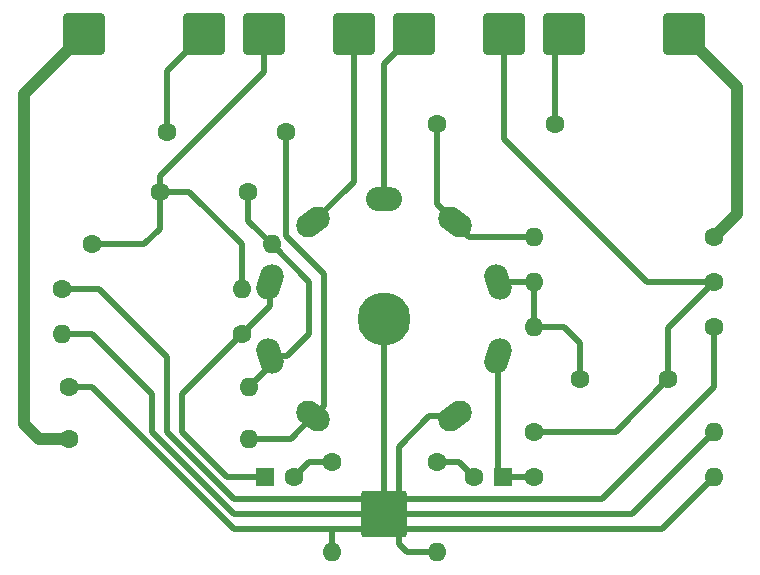
<source format=gbr>
G04 #@! TF.GenerationSoftware,KiCad,Pcbnew,7.0.2-0*
G04 #@! TF.CreationDate,2023-05-17T19:53:00+03:00*
G04 #@! TF.ProjectId,tubeTest,74756265-5465-4737-942e-6b696361645f,rev?*
G04 #@! TF.SameCoordinates,Original*
G04 #@! TF.FileFunction,Copper,L1,Top*
G04 #@! TF.FilePolarity,Positive*
%FSLAX46Y46*%
G04 Gerber Fmt 4.6, Leading zero omitted, Abs format (unit mm)*
G04 Created by KiCad (PCBNEW 7.0.2-0) date 2023-05-17 19:53:00*
%MOMM*%
%LPD*%
G01*
G04 APERTURE LIST*
G04 Aperture macros list*
%AMRoundRect*
0 Rectangle with rounded corners*
0 $1 Rounding radius*
0 $2 $3 $4 $5 $6 $7 $8 $9 X,Y pos of 4 corners*
0 Add a 4 corners polygon primitive as box body*
4,1,4,$2,$3,$4,$5,$6,$7,$8,$9,$2,$3,0*
0 Add four circle primitives for the rounded corners*
1,1,$1+$1,$2,$3*
1,1,$1+$1,$4,$5*
1,1,$1+$1,$6,$7*
1,1,$1+$1,$8,$9*
0 Add four rect primitives between the rounded corners*
20,1,$1+$1,$2,$3,$4,$5,0*
20,1,$1+$1,$4,$5,$6,$7,0*
20,1,$1+$1,$6,$7,$8,$9,0*
20,1,$1+$1,$8,$9,$2,$3,0*%
%AMHorizOval*
0 Thick line with rounded ends*
0 $1 width*
0 $2 $3 position (X,Y) of the first rounded end (center of the circle)*
0 $4 $5 position (X,Y) of the second rounded end (center of the circle)*
0 Add line between two ends*
20,1,$1,$2,$3,$4,$5,0*
0 Add two circle primitives to create the rounded ends*
1,1,$1,$2,$3*
1,1,$1,$4,$5*%
G04 Aperture macros list end*
G04 #@! TA.AperFunction,ComponentPad*
%ADD10C,1.600000*%
G04 #@! TD*
G04 #@! TA.AperFunction,ComponentPad*
%ADD11O,1.600000X1.600000*%
G04 #@! TD*
G04 #@! TA.AperFunction,ComponentPad*
%ADD12RoundRect,0.250002X-1.499998X-1.499998X1.499998X-1.499998X1.499998X1.499998X-1.499998X1.499998X0*%
G04 #@! TD*
G04 #@! TA.AperFunction,ComponentPad*
%ADD13RoundRect,0.250002X-1.699998X-1.699998X1.699998X-1.699998X1.699998X1.699998X-1.699998X1.699998X0*%
G04 #@! TD*
G04 #@! TA.AperFunction,ComponentPad*
%ADD14HorizOval,2.030000X-0.412599X0.299770X0.412599X-0.299770X0*%
G04 #@! TD*
G04 #@! TA.AperFunction,ComponentPad*
%ADD15HorizOval,2.030000X-0.157599X0.485039X0.157599X-0.485039X0*%
G04 #@! TD*
G04 #@! TA.AperFunction,ComponentPad*
%ADD16HorizOval,2.030000X0.157599X0.485039X-0.157599X-0.485039X0*%
G04 #@! TD*
G04 #@! TA.AperFunction,ComponentPad*
%ADD17HorizOval,2.030000X0.412599X0.299770X-0.412599X-0.299770X0*%
G04 #@! TD*
G04 #@! TA.AperFunction,ComponentPad*
%ADD18O,3.050000X2.030000*%
G04 #@! TD*
G04 #@! TA.AperFunction,ComponentPad*
%ADD19C,4.500000*%
G04 #@! TD*
G04 #@! TA.AperFunction,ComponentPad*
%ADD20R,1.600000X1.600000*%
G04 #@! TD*
G04 #@! TA.AperFunction,Conductor*
%ADD21C,0.500000*%
G04 #@! TD*
G04 #@! TA.AperFunction,Conductor*
%ADD22C,1.000000*%
G04 #@! TD*
G04 APERTURE END LIST*
D10*
X116205000Y-106680000D03*
D11*
X131445000Y-106680000D03*
D10*
X147955000Y-92710000D03*
X157955000Y-92710000D03*
D12*
X168910000Y-85090000D03*
X133350000Y-85090000D03*
D10*
X116840000Y-119380000D03*
D11*
X132080000Y-119380000D03*
D12*
X118110000Y-85090000D03*
D10*
X139065000Y-121285000D03*
D11*
X139065000Y-128905000D03*
D13*
X143510000Y-125730000D03*
D12*
X128270000Y-85090000D03*
D10*
X147955000Y-121285000D03*
D11*
X147955000Y-128905000D03*
D10*
X156210000Y-122555000D03*
D11*
X171450000Y-122555000D03*
D10*
X124520000Y-98425000D03*
X132020000Y-98425000D03*
X118745000Y-102870000D03*
D11*
X133985000Y-102870000D03*
D10*
X167580000Y-114300000D03*
X160080000Y-114300000D03*
X156210000Y-118745000D03*
D11*
X171450000Y-118745000D03*
D12*
X158750000Y-85090000D03*
X146050000Y-85090000D03*
D10*
X116840000Y-114935000D03*
D11*
X132080000Y-114935000D03*
D12*
X153670000Y-85090000D03*
D10*
X135175000Y-93345000D03*
X125175000Y-93345000D03*
X171450000Y-109855000D03*
D11*
X156210000Y-109855000D03*
D10*
X131445000Y-110490000D03*
D11*
X116205000Y-110490000D03*
D10*
X171450000Y-106045000D03*
D11*
X156210000Y-106045000D03*
D12*
X140970000Y-85090000D03*
D10*
X171450000Y-102235000D03*
D11*
X156210000Y-102235000D03*
D14*
X137538102Y-117439612D03*
D15*
X133848170Y-112362396D03*
D16*
X133846361Y-106083171D03*
D17*
X137538102Y-101000387D03*
D18*
X143507073Y-99060000D03*
D14*
X149481898Y-101000387D03*
D15*
X153171830Y-106077604D03*
D16*
X153172734Y-112359612D03*
D17*
X149484266Y-117437892D03*
D19*
X143510000Y-109220000D03*
D20*
X133414888Y-122555000D03*
D10*
X135914888Y-122555000D03*
D20*
X153605113Y-122555000D03*
D10*
X151105113Y-122555000D03*
D21*
X125095000Y-118745000D02*
X130810000Y-124460000D01*
X119380000Y-106680000D02*
X116205000Y-106680000D01*
X123825000Y-115570000D02*
X118745000Y-110490000D01*
X155575000Y-125730000D02*
X143510000Y-125730000D01*
X145415000Y-128905000D02*
X144780000Y-128270000D01*
X142240000Y-124460000D02*
X143510000Y-125730000D01*
X139065000Y-128270000D02*
X139065000Y-127000000D01*
X171450000Y-118745000D02*
X164465000Y-125730000D01*
X147357108Y-117437892D02*
X149484266Y-117437892D01*
X161290000Y-124460000D02*
X144780000Y-124460000D01*
X122555000Y-118745000D02*
X118745000Y-114935000D01*
X139065000Y-127000000D02*
X142240000Y-127000000D01*
X147955000Y-128905000D02*
X145415000Y-128905000D01*
X147357108Y-117437892D02*
X144780000Y-120015000D01*
X171450000Y-109855000D02*
X171450000Y-114935000D01*
X130810000Y-127000000D02*
X139065000Y-127000000D01*
X143510000Y-109220000D02*
X143510000Y-125730000D01*
X123825000Y-118745000D02*
X123825000Y-115570000D01*
X164465000Y-125730000D02*
X155575000Y-125730000D01*
X130810000Y-125730000D02*
X143510000Y-125730000D01*
X123825000Y-118745000D02*
X130810000Y-125730000D01*
X144780000Y-120015000D02*
X144780000Y-124460000D01*
X158115000Y-127000000D02*
X144780000Y-127000000D01*
X122555000Y-118745000D02*
X130810000Y-127000000D01*
X143510000Y-125730000D02*
X143510000Y-124460000D01*
X125095000Y-112395000D02*
X119380000Y-106680000D01*
X144780000Y-124460000D02*
X143510000Y-125730000D01*
X118745000Y-110490000D02*
X116205000Y-110490000D01*
X161925000Y-124460000D02*
X161290000Y-124460000D01*
X130810000Y-124460000D02*
X142240000Y-124460000D01*
X171450000Y-114935000D02*
X161925000Y-124460000D01*
X171450000Y-122555000D02*
X167005000Y-127000000D01*
X144780000Y-127000000D02*
X143510000Y-125730000D01*
X125095000Y-118745000D02*
X125095000Y-112395000D01*
X142240000Y-127000000D02*
X143510000Y-125730000D01*
X167005000Y-127000000D02*
X158115000Y-127000000D01*
X118745000Y-114935000D02*
X116840000Y-114935000D01*
X144780000Y-128270000D02*
X144780000Y-127000000D01*
X142240000Y-125730000D02*
X143510000Y-124460000D01*
X153172734Y-112359612D02*
X153172734Y-122122621D01*
X153605113Y-122555000D02*
X156210000Y-122555000D01*
X153172734Y-122122621D02*
X153605113Y-122555000D01*
X156210000Y-102235000D02*
X150716511Y-102235000D01*
X147955000Y-92710000D02*
X147955000Y-99473489D01*
X147955000Y-99473489D02*
X149481898Y-101000387D01*
X150716511Y-102235000D02*
X149481898Y-101000387D01*
X158750000Y-85090000D02*
X157955000Y-85885000D01*
X157955000Y-85885000D02*
X157955000Y-92710000D01*
X130175000Y-122555000D02*
X133414888Y-122555000D01*
X126365000Y-115570000D02*
X126365000Y-118745000D01*
X131445000Y-110490000D02*
X126365000Y-115570000D01*
X133846361Y-108088639D02*
X133846361Y-106083171D01*
X131445000Y-110490000D02*
X133846361Y-108088639D01*
X126365000Y-118745000D02*
X130175000Y-122555000D01*
X138430000Y-105410000D02*
X138430000Y-116547714D01*
X132080000Y-119380000D02*
X135597714Y-119380000D01*
X138430000Y-116547714D02*
X137538102Y-117439612D01*
X135175000Y-102155000D02*
X135175000Y-93345000D01*
X135175000Y-102155000D02*
X138430000Y-105410000D01*
X135597714Y-119380000D02*
X137538102Y-117439612D01*
X125175000Y-88185000D02*
X128270000Y-85090000D01*
X125175000Y-93345000D02*
X125175000Y-88185000D01*
X140970000Y-85090000D02*
X140970000Y-97568489D01*
X140970000Y-97568489D02*
X137538102Y-101000387D01*
X146050000Y-85090000D02*
X143507073Y-87632927D01*
X143507073Y-87632927D02*
X143507073Y-99060000D01*
X156210000Y-118745000D02*
X163135000Y-118745000D01*
X167580000Y-114300000D02*
X167580000Y-109915000D01*
X163135000Y-118745000D02*
X167580000Y-114300000D01*
X153670000Y-85090000D02*
X153670000Y-93980000D01*
X167580000Y-109915000D02*
X171450000Y-106045000D01*
X165735000Y-106045000D02*
X171450000Y-106045000D01*
X153670000Y-93980000D02*
X165735000Y-106045000D01*
X156210000Y-106045000D02*
X153204434Y-106045000D01*
X160080000Y-111185000D02*
X160080000Y-114300000D01*
X158750000Y-109855000D02*
X160080000Y-111185000D01*
X156210000Y-109855000D02*
X158750000Y-109855000D01*
X156210000Y-106045000D02*
X156210000Y-109855000D01*
X153204434Y-106045000D02*
X153171830Y-106077604D01*
X124520000Y-98425000D02*
X124520000Y-97095000D01*
X127000000Y-98425000D02*
X124520000Y-98425000D01*
X131445000Y-102870000D02*
X127000000Y-98425000D01*
X123190000Y-102870000D02*
X124520000Y-101540000D01*
X124520000Y-101540000D02*
X124520000Y-98425000D01*
X133350000Y-88265000D02*
X133350000Y-85090000D01*
X118745000Y-102870000D02*
X123190000Y-102870000D01*
X131445000Y-106680000D02*
X131445000Y-102870000D01*
X124520000Y-97095000D02*
X133350000Y-88265000D01*
X133985000Y-102870000D02*
X137160000Y-106045000D01*
X132020000Y-100905000D02*
X133985000Y-102870000D01*
X137160000Y-110490000D02*
X135287604Y-112362396D01*
X132080000Y-114935000D02*
X133848170Y-113166830D01*
X132020000Y-98425000D02*
X132020000Y-100905000D01*
X137160000Y-106045000D02*
X137160000Y-110490000D01*
X133848170Y-113166830D02*
X133848170Y-112362396D01*
X135287604Y-112362396D02*
X133848170Y-112362396D01*
X149835113Y-121285000D02*
X151105113Y-122555000D01*
X147955000Y-121285000D02*
X149835113Y-121285000D01*
X137184888Y-121285000D02*
X135914888Y-122555000D01*
X139065000Y-121285000D02*
X137184888Y-121285000D01*
D22*
X171450000Y-102235000D02*
X173355000Y-100330000D01*
X173355000Y-89535000D02*
X168910000Y-85090000D01*
X173355000Y-100330000D02*
X173355000Y-89535000D01*
X114300000Y-119380000D02*
X113030000Y-118110000D01*
X113030000Y-118110000D02*
X113030000Y-90170000D01*
X116840000Y-119380000D02*
X114300000Y-119380000D01*
X113030000Y-90170000D02*
X118110000Y-85090000D01*
M02*

</source>
